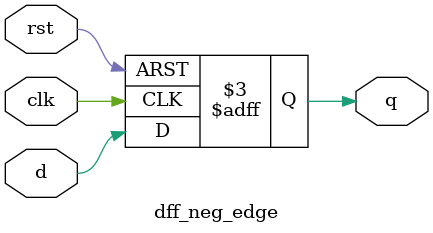
<source format=v>
module dff_neg_edge (
    input wire clk,      
    input wire rst,  
    input wire d,       
    output reg q         
);

always @(negedge clk or negedge rst) 
begin
    if (!rst) 
        q <= 1'b0;       
    else 
        q <= d;         
end

endmodule

</source>
